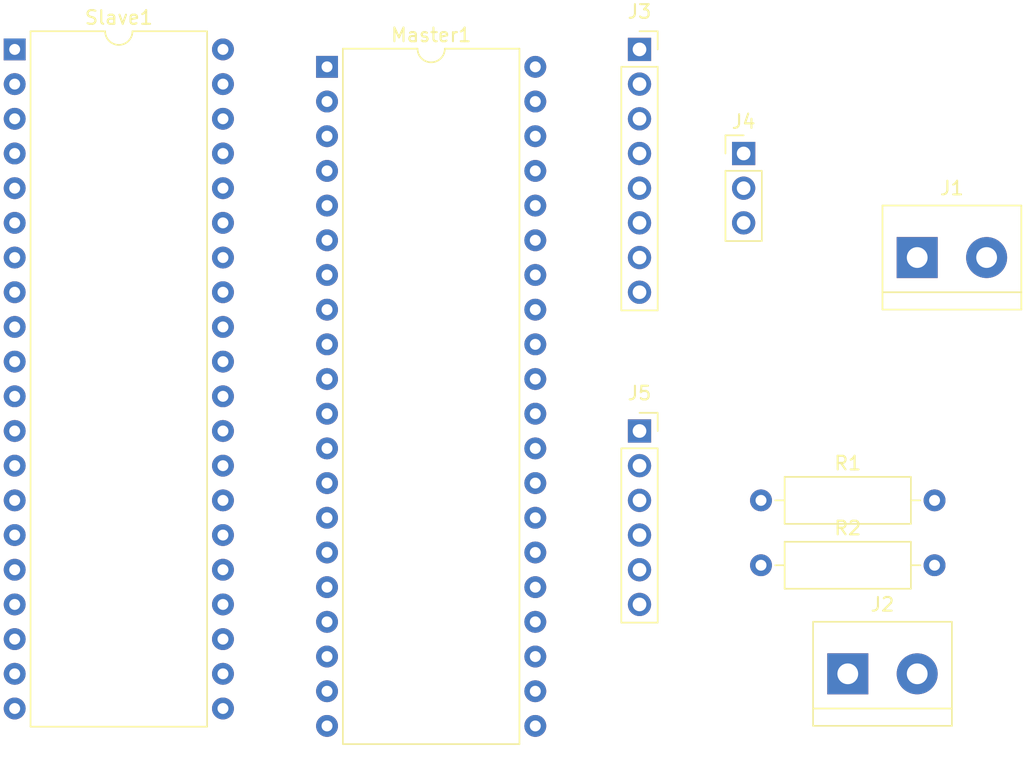
<source format=kicad_pcb>
(kicad_pcb (version 20221018) (generator pcbnew)
  (layers (0 "F.Cu" signal) (31 "B.Cu" signal) (34 "B.Paste" user) (35 "F.Paste" user) (36 "B.SilkS" user "B.Silkscreen") (37 "F.SilkS" user "F.Silkscreen") (38 "B.Mask" user) (39 "F.Mask" user) (44 "Edge.Cuts" user))
  (net 0 "")
  (net 1 "/GND")
  (net 2 "/EN")
  (net 3 "/VCC")
  (net 4 "/CS")
  (net 5 "/INT1")
  (net 6 "/INT2")
  (net 7 "/SDO")
  (net 8 "/SDA")
  (net 9 "/SCL")
  (net 32 "/RX")
  (net 33 "/TX")
  (net 86 "/M1")
  (net 87 "/M2")
  (net 88 "/VDD")
  (net 89 "/SGN")
  (net 90 "/STATE")
  (footprint "Package_DIP:DIP-40_W15.24mm" (layer "F.Cu") (at 101.6 40.64)
    (fp_text reference "Slave1" (at 7.62 -2.33) (layer "F.SilkS"))
    (fp_text value "PIC16F887-IP")
    (fp_line (start 1.16 -1.33) (end 1.16 49.59) (stroke (width 0.12)) (layer "F.SilkS"))
    (fp_line (start 1.16 49.59) (end 14.08 49.59) (stroke (width 0.12)) (layer "F.SilkS"))
    (fp_line (start 6.62 -1.33) (end 1.16 -1.33) (stroke (width 0.12)) (layer "F.SilkS"))
    (fp_line (start 14.08 -1.33) (end 8.62 -1.33) (stroke (width 0.12)) (layer "F.SilkS"))
    (fp_line (start 14.08 49.59) (end 14.08 -1.33) (stroke (width 0.12)) (layer "F.SilkS"))
    (fp_arc (start 8.62 -1.33) (mid 7.62 -0.33) (end 6.62 -1.33) (stroke (width 0.12)) (layer "F.SilkS"))
    (pad "1" thru_hole rect (at 0 0) (size 1.6 1.6) (drill 0.8) (layers "*.Cu" "*.Mask"))
    (pad "2" thru_hole oval (at 0 2.54) (size 1.6 1.6) (drill 0.8) (layers "*.Cu" "*.Mask"))
    (pad "3" thru_hole oval (at 0 5.08) (size 1.6 1.6) (drill 0.8) (layers "*.Cu" "*.Mask"))
    (pad "4" thru_hole oval (at 0 7.62) (size 1.6 1.6) (drill 0.8) (layers "*.Cu" "*.Mask"))
    (pad "5" thru_hole oval (at 0 10.16) (size 1.6 1.6) (drill 0.8) (layers "*.Cu" "*.Mask"))
    (pad "6" thru_hole oval (at 0 12.7) (size 1.6 1.6) (drill 0.8) (layers "*.Cu" "*.Mask"))
    (pad "7" thru_hole oval (at 0 15.24) (size 1.6 1.6) (drill 0.8) (layers "*.Cu" "*.Mask"))
    (pad "8" thru_hole oval (at 0 17.78) (size 1.6 1.6) (drill 0.8) (layers "*.Cu" "*.Mask"))
    (pad "9" thru_hole oval (at 0 20.32) (size 1.6 1.6) (drill 0.8) (layers "*.Cu" "*.Mask"))
    (pad "10" thru_hole oval (at 0 22.86) (size 1.6 1.6) (drill 0.8) (layers "*.Cu" "*.Mask"))
    (pad "11" thru_hole oval (at 0 25.4) (size 1.6 1.6) (drill 0.8) (layers "*.Cu" "*.Mask"))
    (pad "12" thru_hole oval (at 0 27.94) (size 1.6 1.6) (drill 0.8) (layers "*.Cu" "*.Mask"))
    (pad "13" thru_hole oval (at 0 30.48) (size 1.6 1.6) (drill 0.8) (layers "*.Cu" "*.Mask"))
    (pad "14" thru_hole oval (at 0 33.02) (size 1.6 1.6) (drill 0.8) (layers "*.Cu" "*.Mask"))
    (pad "15" thru_hole oval (at 0 35.56) (size 1.6 1.6) (drill 0.8) (layers "*.Cu" "*.Mask"))
    (pad "16" thru_hole oval (at 0 38.1) (size 1.6 1.6) (drill 0.8) (layers "*.Cu" "*.Mask"))
    (pad "17" thru_hole oval (at 0 40.64) (size 1.6 1.6) (drill 0.8) (layers "*.Cu" "*.Mask"))
    (pad "18" thru_hole oval (at 0 43.18) (size 1.6 1.6) (drill 0.8) (layers "*.Cu" "*.Mask") (net 9 "/SCL"))
    (pad "19" thru_hole oval (at 0 45.72) (size 1.6 1.6) (drill 0.8) (layers "*.Cu" "*.Mask"))
    (pad "20" thru_hole oval (at 0 48.26) (size 1.6 1.6) (drill 0.8) (layers "*.Cu" "*.Mask"))
    (pad "21" thru_hole oval (at 15.24 48.26) (size 1.6 1.6) (drill 0.8) (layers "*.Cu" "*.Mask"))
    (pad "22" thru_hole oval (at 15.24 45.72) (size 1.6 1.6) (drill 0.8) (layers "*.Cu" "*.Mask"))
    (pad "23" thru_hole oval (at 15.24 43.18) (size 1.6 1.6) (drill 0.8) (layers "*.Cu" "*.Mask") (net 8 "/SDA"))
    (pad "24" thru_hole oval (at 15.24 40.64) (size 1.6 1.6) (drill 0.8) (layers "*.Cu" "*.Mask"))
    (pad "25" thru_hole oval (at 15.24 38.1) (size 1.6 1.6) (drill 0.8) (layers "*.Cu" "*.Mask"))
    (pad "26" thru_hole oval (at 15.24 35.56) (size 1.6 1.6) (drill 0.8) (layers "*.Cu" "*.Mask"))
    (pad "27" thru_hole oval (at 15.24 33.02) (size 1.6 1.6) (drill 0.8) (layers "*.Cu" "*.Mask"))
    (pad "28" thru_hole oval (at 15.24 30.48) (size 1.6 1.6) (drill 0.8) (layers "*.Cu" "*.Mask"))
    (pad "29" thru_hole oval (at 15.24 27.94) (size 1.6 1.6) (drill 0.8) (layers "*.Cu" "*.Mask"))
    (pad "30" thru_hole oval (at 15.24 25.4) (size 1.6 1.6) (drill 0.8) (layers "*.Cu" "*.Mask"))
    (pad "31" thru_hole oval (at 15.24 22.86) (size 1.6 1.6) (drill 0.8) (layers "*.Cu" "*.Mask"))
    (pad "32" thru_hole oval (at 15.24 20.32) (size 1.6 1.6) (drill 0.8) (layers "*.Cu" "*.Mask"))
    (pad "33" thru_hole oval (at 15.24 17.78) (size 1.6 1.6) (drill 0.8) (layers "*.Cu" "*.Mask"))
    (pad "34" thru_hole oval (at 15.24 15.24) (size 1.6 1.6) (drill 0.8) (layers "*.Cu" "*.Mask"))
    (pad "35" thru_hole oval (at 15.24 12.7) (size 1.6 1.6) (drill 0.8) (layers "*.Cu" "*.Mask"))
    (pad "36" thru_hole oval (at 15.24 10.16) (size 1.6 1.6) (drill 0.8) (layers "*.Cu" "*.Mask"))
    (pad "37" thru_hole oval (at 15.24 7.62) (size 1.6 1.6) (drill 0.8) (layers "*.Cu" "*.Mask"))
    (pad "38" thru_hole oval (at 15.24 5.08) (size 1.6 1.6) (drill 0.8) (layers "*.Cu" "*.Mask"))
    (pad "39" thru_hole oval (at 15.24 2.54) (size 1.6 1.6) (drill 0.8) (layers "*.Cu" "*.Mask"))
    (pad "40" thru_hole oval (at 15.24 0) (size 1.6 1.6) (drill 0.8) (layers "*.Cu" "*.Mask"))
  )
  (footprint "Connector_PinHeader_2.54mm:PinHeader_1x03_P2.54mm_Vertical" (layer "F.Cu") (at 154.94 48.26)
    (fp_text reference "J4" (at 0 -2.33) (layer "F.SilkS"))
    (fp_text value "Servo")
    (fp_line (start -1.33 -1.33) (end 0 -1.33) (stroke (width 0.12)) (layer "F.SilkS"))
    (fp_line (start -1.33 0) (end -1.33 -1.33) (stroke (width 0.12)) (layer "F.SilkS"))
    (fp_line (start -1.33 1.27) (end -1.33 6.41) (stroke (width 0.12)) (layer "F.SilkS"))
    (fp_line (start -1.33 1.27) (end 1.33 1.27) (stroke (width 0.12)) (layer "F.SilkS"))
    (fp_line (start -1.33 6.41) (end 1.33 6.41) (stroke (width 0.12)) (layer "F.SilkS"))
    (fp_line (start 1.33 1.27) (end 1.33 6.41) (stroke (width 0.12)) (layer "F.SilkS"))
    (pad "1" thru_hole rect (at 0 0) (size 1.7 1.7) (drill 1) (layers "*.Cu" "*.Mask") (net 1 "/GND"))
    (pad "2" thru_hole oval (at 0 2.54) (size 1.7 1.7) (drill 1) (layers "*.Cu" "*.Mask") (net 88 "/VDD"))
    (pad "3" thru_hole oval (at 0 5.08) (size 1.7 1.7) (drill 1) (layers "*.Cu" "*.Mask") (net 89 "/SGN"))
  )
  (footprint "Resistor_THT:R_Axial_DIN0309_L9.0mm_D3.2mm_P12.70mm_Horizontal" (layer "F.Cu") (at 156.21 78.41)
    (fp_text reference "R2" (at 6.35 -2.72) (layer "F.SilkS"))
    (fp_text value "R_US")
    (fp_line (start 1.04 0) (end 1.73 0) (stroke (width 0.12)) (layer "F.SilkS"))
    (fp_line (start 1.73 -1.72) (end 1.73 1.72) (stroke (width 0.12)) (layer "F.SilkS"))
    (fp_line (start 1.73 1.72) (end 10.97 1.72) (stroke (width 0.12)) (layer "F.SilkS"))
    (fp_line (start 10.97 -1.72) (end 1.73 -1.72) (stroke (width 0.12)) (layer "F.SilkS"))
    (fp_line (start 10.97 1.72) (end 10.97 -1.72) (stroke (width 0.12)) (layer "F.SilkS"))
    (fp_line (start 11.66 0) (end 10.97 0) (stroke (width 0.12)) (layer "F.SilkS"))
    (pad "1" thru_hole circle (at 0 0) (size 1.6 1.6) (drill 0.8) (layers "*.Cu" "*.Mask") (net 88 "/VDD"))
    (pad "2" thru_hole oval (at 12.7 0) (size 1.6 1.6) (drill 0.8) (layers "*.Cu" "*.Mask") (net 8 "/SDA"))
  )
  (footprint "Resistor_THT:R_Axial_DIN0309_L9.0mm_D3.2mm_P12.70mm_Horizontal" (layer "F.Cu") (at 156.21 73.66)
    (fp_text reference "R1" (at 6.35 -2.72) (layer "F.SilkS"))
    (fp_text value "R_US")
    (fp_line (start 1.04 0) (end 1.73 0) (stroke (width 0.12)) (layer "F.SilkS"))
    (fp_line (start 1.73 -1.72) (end 1.73 1.72) (stroke (width 0.12)) (layer "F.SilkS"))
    (fp_line (start 1.73 1.72) (end 10.97 1.72) (stroke (width 0.12)) (layer "F.SilkS"))
    (fp_line (start 10.97 -1.72) (end 1.73 -1.72) (stroke (width 0.12)) (layer "F.SilkS"))
    (fp_line (start 10.97 1.72) (end 10.97 -1.72) (stroke (width 0.12)) (layer "F.SilkS"))
    (fp_line (start 11.66 0) (end 10.97 0) (stroke (width 0.12)) (layer "F.SilkS"))
    (pad "1" thru_hole circle (at 0 0) (size 1.6 1.6) (drill 0.8) (layers "*.Cu" "*.Mask") (net 88 "/VDD"))
    (pad "2" thru_hole oval (at 12.7 0) (size 1.6 1.6) (drill 0.8) (layers "*.Cu" "*.Mask") (net 9 "/SCL"))
  )
  (footprint "Package_DIP:DIP-40_W15.24mm" (layer "F.Cu") (at 124.455 41.915)
    (fp_text reference "Master1" (at 7.62 -2.33) (layer "F.SilkS"))
    (fp_text value "PIC16F887-IP")
    (fp_line (start 1.16 -1.33) (end 1.16 49.59) (stroke (width 0.12)) (layer "F.SilkS"))
    (fp_line (start 1.16 49.59) (end 14.08 49.59) (stroke (width 0.12)) (layer "F.SilkS"))
    (fp_line (start 6.62 -1.33) (end 1.16 -1.33) (stroke (width 0.12)) (layer "F.SilkS"))
    (fp_line (start 14.08 -1.33) (end 8.62 -1.33) (stroke (width 0.12)) (layer "F.SilkS"))
    (fp_line (start 14.08 49.59) (end 14.08 -1.33) (stroke (width 0.12)) (layer "F.SilkS"))
    (fp_arc (start 8.62 -1.33) (mid 7.62 -0.33) (end 6.62 -1.33) (stroke (width 0.12)) (layer "F.SilkS"))
    (pad "1" thru_hole rect (at 0 0) (size 1.6 1.6) (drill 0.8) (layers "*.Cu" "*.Mask"))
    (pad "2" thru_hole oval (at 0 2.54) (size 1.6 1.6) (drill 0.8) (layers "*.Cu" "*.Mask"))
    (pad "3" thru_hole oval (at 0 5.08) (size 1.6 1.6) (drill 0.8) (layers "*.Cu" "*.Mask"))
    (pad "4" thru_hole oval (at 0 7.62) (size 1.6 1.6) (drill 0.8) (layers "*.Cu" "*.Mask"))
    (pad "5" thru_hole oval (at 0 10.16) (size 1.6 1.6) (drill 0.8) (layers "*.Cu" "*.Mask"))
    (pad "6" thru_hole oval (at 0 12.7) (size 1.6 1.6) (drill 0.8) (layers "*.Cu" "*.Mask"))
    (pad "7" thru_hole oval (at 0 15.24) (size 1.6 1.6) (drill 0.8) (layers "*.Cu" "*.Mask"))
    (pad "8" thru_hole oval (at 0 17.78) (size 1.6 1.6) (drill 0.8) (layers "*.Cu" "*.Mask"))
    (pad "9" thru_hole oval (at 0 20.32) (size 1.6 1.6) (drill 0.8) (layers "*.Cu" "*.Mask"))
    (pad "10" thru_hole oval (at 0 22.86) (size 1.6 1.6) (drill 0.8) (layers "*.Cu" "*.Mask"))
    (pad "11" thru_hole oval (at 0 25.4) (size 1.6 1.6) (drill 0.8) (layers "*.Cu" "*.Mask"))
    (pad "12" thru_hole oval (at 0 27.94) (size 1.6 1.6) (drill 0.8) (layers "*.Cu" "*.Mask"))
    (pad "13" thru_hole oval (at 0 30.48) (size 1.6 1.6) (drill 0.8) (layers "*.Cu" "*.Mask"))
    (pad "14" thru_hole oval (at 0 33.02) (size 1.6 1.6) (drill 0.8) (layers "*.Cu" "*.Mask"))
    (pad "15" thru_hole oval (at 0 35.56) (size 1.6 1.6) (drill 0.8) (layers "*.Cu" "*.Mask"))
    (pad "16" thru_hole oval (at 0 38.1) (size 1.6 1.6) (drill 0.8) (layers "*.Cu" "*.Mask"))
    (pad "17" thru_hole oval (at 0 40.64) (size 1.6 1.6) (drill 0.8) (layers "*.Cu" "*.Mask"))
    (pad "18" thru_hole oval (at 0 43.18) (size 1.6 1.6) (drill 0.8) (layers "*.Cu" "*.Mask") (net 9 "/SCL"))
    (pad "19" thru_hole oval (at 0 45.72) (size 1.6 1.6) (drill 0.8) (layers "*.Cu" "*.Mask"))
    (pad "20" thru_hole oval (at 0 48.26) (size 1.6 1.6) (drill 0.8) (layers "*.Cu" "*.Mask"))
    (pad "21" thru_hole oval (at 15.24 48.26) (size 1.6 1.6) (drill 0.8) (layers "*.Cu" "*.Mask"))
    (pad "22" thru_hole oval (at 15.24 45.72) (size 1.6 1.6) (drill 0.8) (layers "*.Cu" "*.Mask"))
    (pad "23" thru_hole oval (at 15.24 43.18) (size 1.6 1.6) (drill 0.8) (layers "*.Cu" "*.Mask") (net 8 "/SDA"))
    (pad "24" thru_hole oval (at 15.24 40.64) (size 1.6 1.6) (drill 0.8) (layers "*.Cu" "*.Mask"))
    (pad "25" thru_hole oval (at 15.24 38.1) (size 1.6 1.6) (drill 0.8) (layers "*.Cu" "*.Mask") (net 32 "/RX"))
    (pad "26" thru_hole oval (at 15.24 35.56) (size 1.6 1.6) (drill 0.8) (layers "*.Cu" "*.Mask") (net 33 "/TX"))
    (pad "27" thru_hole oval (at 15.24 33.02) (size 1.6 1.6) (drill 0.8) (layers "*.Cu" "*.Mask"))
    (pad "28" thru_hole oval (at 15.24 30.48) (size 1.6 1.6) (drill 0.8) (layers "*.Cu" "*.Mask"))
    (pad "29" thru_hole oval (at 15.24 27.94) (size 1.6 1.6) (drill 0.8) (layers "*.Cu" "*.Mask"))
    (pad "30" thru_hole oval (at 15.24 25.4) (size 1.6 1.6) (drill 0.8) (layers "*.Cu" "*.Mask"))
    (pad "31" thru_hole oval (at 15.24 22.86) (size 1.6 1.6) (drill 0.8) (layers "*.Cu" "*.Mask"))
    (pad "32" thru_hole oval (at 15.24 20.32) (size 1.6 1.6) (drill 0.8) (layers "*.Cu" "*.Mask"))
    (pad "33" thru_hole oval (at 15.24 17.78) (size 1.6 1.6) (drill 0.8) (layers "*.Cu" "*.Mask"))
    (pad "34" thru_hole oval (at 15.24 15.24) (size 1.6 1.6) (drill 0.8) (layers "*.Cu" "*.Mask"))
    (pad "35" thru_hole oval (at 15.24 12.7) (size 1.6 1.6) (drill 0.8) (layers "*.Cu" "*.Mask"))
    (pad "36" thru_hole oval (at 15.24 10.16) (size 1.6 1.6) (drill 0.8) (layers "*.Cu" "*.Mask"))
    (pad "37" thru_hole oval (at 15.24 7.62) (size 1.6 1.6) (drill 0.8) (layers "*.Cu" "*.Mask"))
    (pad "38" thru_hole oval (at 15.24 5.08) (size 1.6 1.6) (drill 0.8) (layers "*.Cu" "*.Mask"))
    (pad "39" thru_hole oval (at 15.24 2.54) (size 1.6 1.6) (drill 0.8) (layers "*.Cu" "*.Mask"))
    (pad "40" thru_hole oval (at 15.24 0) (size 1.6 1.6) (drill 0.8) (layers "*.Cu" "*.Mask"))
  )
  (footprint "Connector_PinSocket_2.54mm:PinSocket_1x08_P2.54mm_Vertical" (layer "F.Cu") (at 147.32 40.64)
    (fp_text reference "J3" (at 0 -2.77) (layer "F.SilkS"))
    (fp_text value "ADXL345")
    (fp_line (start -1.33 1.27) (end -1.33 19.11) (stroke (width 0.12)) (layer "F.SilkS"))
    (fp_line (start -1.33 1.27) (end 1.33 1.27) (stroke (width 0.12)) (layer "F.SilkS"))
    (fp_line (start -1.33 19.11) (end 1.33 19.11) (stroke (width 0.12)) (layer "F.SilkS"))
    (fp_line (start 0 -1.33) (end 1.33 -1.33) (stroke (width 0.12)) (layer "F.SilkS"))
    (fp_line (start 1.33 -1.33) (end 1.33 0) (stroke (width 0.12)) (layer "F.SilkS"))
    (fp_line (start 1.33 1.27) (end 1.33 19.11) (stroke (width 0.12)) (layer "F.SilkS"))
    (pad "1" thru_hole rect (at 0 0) (size 1.7 1.7) (drill 1) (layers "*.Cu" "*.Mask") (net 1 "/GND"))
    (pad "2" thru_hole oval (at 0 2.54) (size 1.7 1.7) (drill 1) (layers "*.Cu" "*.Mask") (net 3 "/VCC"))
    (pad "3" thru_hole oval (at 0 5.08) (size 1.7 1.7) (drill 1) (layers "*.Cu" "*.Mask") (net 4 "/CS"))
    (pad "4" thru_hole oval (at 0 7.62) (size 1.7 1.7) (drill 1) (layers "*.Cu" "*.Mask") (net 5 "/INT1"))
    (pad "5" thru_hole oval (at 0 10.16) (size 1.7 1.7) (drill 1) (layers "*.Cu" "*.Mask") (net 6 "/INT2"))
    (pad "6" thru_hole oval (at 0 12.7) (size 1.7 1.7) (drill 1) (layers "*.Cu" "*.Mask") (net 7 "/SDO"))
    (pad "7" thru_hole oval (at 0 15.24) (size 1.7 1.7) (drill 1) (layers "*.Cu" "*.Mask") (net 8 "/SDA"))
    (pad "8" thru_hole oval (at 0 17.78) (size 1.7 1.7) (drill 1) (layers "*.Cu" "*.Mask") (net 9 "/SCL"))
  )
  (footprint "TerminalBlock:TerminalBlock_bornier-2_P5.08mm" (layer "F.Cu") (at 162.56 86.36)
    (fp_text reference "J2" (at 2.54 -5.08) (layer "F.SilkS"))
    (fp_text value "VOLT")
    (fp_line (start -2.54 -3.81) (end -2.54 3.81) (stroke (width 0.12)) (layer "F.SilkS"))
    (fp_line (start -2.54 3.81) (end 7.62 3.81) (stroke (width 0.12)) (layer "F.SilkS"))
    (fp_line (start 7.62 -3.81) (end -2.54 -3.81) (stroke (width 0.12)) (layer "F.SilkS"))
    (fp_line (start 7.62 2.54) (end -2.54 2.54) (stroke (width 0.12)) (layer "F.SilkS"))
    (fp_line (start 7.62 3.81) (end 7.62 -3.81) (stroke (width 0.12)) (layer "F.SilkS"))
    (pad "1" thru_hole rect (at 0 0) (size 3 3) (drill 1.52) (layers "*.Cu" "*.Mask") (net 88 "/VDD"))
    (pad "2" thru_hole circle (at 5.08 0) (size 3 3) (drill 1.52) (layers "*.Cu" "*.Mask") (net 1 "/GND"))
  )
  (footprint "Connector_PinSocket_2.54mm:PinSocket_1x06_P2.54mm_Vertical" (layer "F.Cu") (at 147.32 68.58)
    (fp_text reference "J5" (at 0 -2.77) (layer "F.SilkS"))
    (fp_text value "Conn_01x06")
    (fp_line (start -1.33 1.27) (end -1.33 14.03) (stroke (width 0.12)) (layer "F.SilkS"))
    (fp_line (start -1.33 1.27) (end 1.33 1.27) (stroke (width 0.12)) (layer "F.SilkS"))
    (fp_line (start -1.33 14.03) (end 1.33 14.03) (stroke (width 0.12)) (layer "F.SilkS"))
    (fp_line (start 0 -1.33) (end 1.33 -1.33) (stroke (width 0.12)) (layer "F.SilkS"))
    (fp_line (start 1.33 -1.33) (end 1.33 0) (stroke (width 0.12)) (layer "F.SilkS"))
    (fp_line (start 1.33 1.27) (end 1.33 14.03) (stroke (width 0.12)) (layer "F.SilkS"))
    (pad "1" thru_hole rect (at 0 0) (size 1.7 1.7) (drill 1) (layers "*.Cu" "*.Mask") (net 2 "/EN"))
    (pad "2" thru_hole oval (at 0 2.54) (size 1.7 1.7) (drill 1) (layers "*.Cu" "*.Mask") (net 88 "/VDD"))
    (pad "3" thru_hole oval (at 0 5.08) (size 1.7 1.7) (drill 1) (layers "*.Cu" "*.Mask") (net 1 "/GND"))
    (pad "4" thru_hole oval (at 0 7.62) (size 1.7 1.7) (drill 1) (layers "*.Cu" "*.Mask") (net 33 "/TX"))
    (pad "5" thru_hole oval (at 0 10.16) (size 1.7 1.7) (drill 1) (layers "*.Cu" "*.Mask") (net 32 "/RX"))
    (pad "6" thru_hole oval (at 0 12.7) (size 1.7 1.7) (drill 1) (layers "*.Cu" "*.Mask") (net 90 "/STATE"))
  )
  (footprint "TerminalBlock:TerminalBlock_bornier-2_P5.08mm" (layer "F.Cu") (at 167.64 55.88)
    (fp_text reference "J1" (at 2.54 -5.08) (layer "F.SilkS"))
    (fp_text value "Motor_signal")
    (fp_line (start -2.54 -3.81) (end -2.54 3.81) (stroke (width 0.12)) (layer "F.SilkS"))
    (fp_line (start -2.54 3.81) (end 7.62 3.81) (stroke (width 0.12)) (layer "F.SilkS"))
    (fp_line (start 7.62 -3.81) (end -2.54 -3.81) (stroke (width 0.12)) (layer "F.SilkS"))
    (fp_line (start 7.62 2.54) (end -2.54 2.54) (stroke (width 0.12)) (layer "F.SilkS"))
    (fp_line (start 7.62 3.81) (end 7.62 -3.81) (stroke (width 0.12)) (layer "F.SilkS"))
    (pad "1" thru_hole rect (at 0 0) (size 3 3) (drill 1.52) (layers "*.Cu" "*.Mask") (net 86 "/M1"))
    (pad "2" thru_hole circle (at 5.08 0) (size 3 3) (drill 1.52) (layers "*.Cu" "*.Mask") (net 87 "/M2"))
  )
)
</source>
